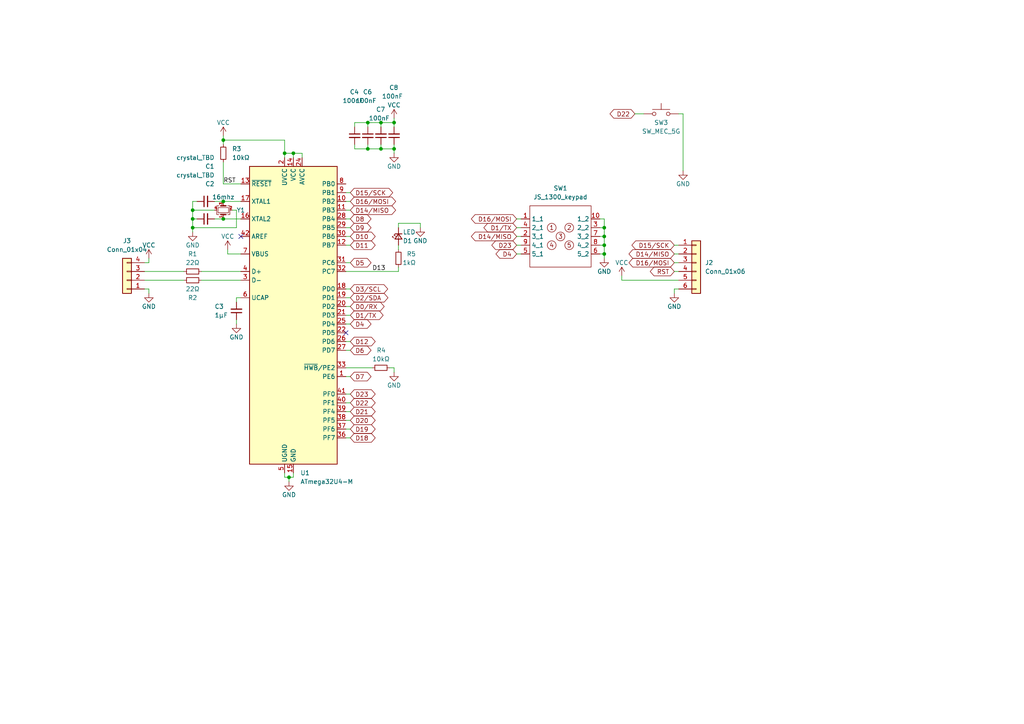
<source format=kicad_sch>
(kicad_sch (version 20231120) (generator "eeschema") (generator_version "8.0")
  (paper "A4")
  (lib_symbols
    (symbol "Connector_Generic:Conn_01x04" (pin_names (offset 1.016) hide)
      (property "Reference" "J" (at 0 5.08 0))
      (property "Value" "Conn_01x04" (at 0 -7.62 0))
      (symbol "Conn_01x04_1_1"
        (rectangle (start -1.27 -4.953) (end 0 -5.207) (stroke (width 0.1524)))
        (rectangle (start -1.27 -2.413) (end 0 -2.667) (stroke (width 0.1524)))
        (rectangle (start -1.27 0.127) (end 0 -0.127) (stroke (width 0.1524)))
        (rectangle (start -1.27 2.667) (end 0 2.413) (stroke (width 0.1524)))
        (rectangle (start -1.27 3.81) (end 1.27 -6.35) (stroke (width 0.254)) (fill (type background)))
        (pin passive line (at -5.08 2.54 0) (length 3.81) (name "Pin_1") (number "1"))
        (pin passive line (at -5.08 0 0) (length 3.81) (name "Pin_2") (number "2"))
        (pin passive line (at -5.08 -2.54 0) (length 3.81) (name "Pin_3") (number "3"))
        (pin passive line (at -5.08 -5.08 0) (length 3.81) (name "Pin_4") (number "4"))
      )
    )
    (symbol "Connector_Generic:Conn_01x06" (pin_names (offset 1.016) hide)
      (property "Reference" "J" (at 0 7.62 0))
      (property "Value" "Conn_01x06" (at 0 -10.16 0))
      (symbol "Conn_01x06_1_1"
        (rectangle (start -1.27 -7.493) (end 0 -7.747) (stroke (width 0.1524)))
        (rectangle (start -1.27 -4.953) (end 0 -5.207) (stroke (width 0.1524)))
        (rectangle (start -1.27 -2.413) (end 0 -2.667) (stroke (width 0.1524)))
        (rectangle (start -1.27 0.127) (end 0 -0.127) (stroke (width 0.1524)))
        (rectangle (start -1.27 2.667) (end 0 2.413) (stroke (width 0.1524)))
        (rectangle (start -1.27 5.207) (end 0 4.953) (stroke (width 0.1524)))
        (rectangle (start -1.27 6.35) (end 1.27 -8.89) (stroke (width 0.254)) (fill (type background)))
        (pin passive line (at -5.08 5.08 0) (length 3.81) (name "Pin_1") (number "1"))
        (pin passive line (at -5.08 2.54 0) (length 3.81) (name "Pin_2") (number "2"))
        (pin passive line (at -5.08 0 0) (length 3.81) (name "Pin_3") (number "3"))
        (pin passive line (at -5.08 -2.54 0) (length 3.81) (name "Pin_4") (number "4"))
        (pin passive line (at -5.08 -5.08 0) (length 3.81) (name "Pin_5") (number "5"))
        (pin passive line (at -5.08 -7.62 0) (length 3.81) (name "Pin_6") (number "6"))
      )
    )
    (symbol "DIY2:JS_1300_keypad"
      (property "Reference" "S" (at 0 13.97 0))
      (property "Value" "JS_1300_keypad" (at 0 11.43 0))
      (symbol "JS_1300_keypad_0_0"
        (text "1" (at -2.54 2.54 0) (effects (font (size 1.27 1.27))))
        (text "2" (at 2.54 2.54 0) (effects (font (size 1.27 1.27))))
        (text "3" (at 0 0 0) (effects (font (size 1.27 1.27))))
        (text "4" (at -2.54 -2.54 0) (effects (font (size 1.27 1.27))))
        (text "5" (at 2.54 -2.54 0) (effects (font (size 1.27 1.27))))
      )
      (symbol "JS_1300_keypad_0_1"
        (rectangle (start -8.89 8.89) (end 8.89 -8.89))
        (circle (center -2.54 -2.54) (radius 1.27))
        (circle (center -2.54 2.54) (radius 1.27))
        (circle (center 0 0) (radius 1.27))
        (circle (center 2.54 -2.54) (radius 1.27))
        (circle (center 2.54 2.54) (radius 1.27))
      )
      (symbol "JS_1300_keypad_1_1"
        (pin bidirectional line (at -11.43 5.08 0) (length 2.54) (name "1_1") (number "1"))
        (pin bidirectional line (at 11.43 5.08 180) (length 2.54) (name "1_2") (number "10"))
        (pin bidirectional line (at -11.43 0 0) (length 2.54) (name "3_1") (number "2"))
        (pin bidirectional line (at 11.43 2.54 180) (length 2.54) (name "2_2") (number "3"))
        (pin bidirectional line (at -11.43 2.54 0) (length 2.54) (name "2_1") (number "4"))
        (pin bidirectional line (at -11.43 -5.08 0) (length 2.54) (name "5_1") (number "5"))
        (pin bidirectional line (at 11.43 -5.08 180) (length 2.54) (name "5_2") (number "6"))
        (pin bidirectional line (at 11.43 0 180) (length 2.54) (name "3_2") (number "7"))
        (pin bidirectional line (at 11.43 -2.54 180) (length 2.54) (name "4_2") (number "8"))
        (pin bidirectional line (at -11.43 -2.54 0) (length 2.54) (name "4_1") (number "9"))
      )
    )
    (symbol "Device:C_Small" (pin_numbers hide) (pin_names (offset 0.254) hide)
      (property "Reference" "C" (at 0.254 1.778 0))
      (property "Value" "C_Small" (at 0.254 -2.032 0))
      (symbol "C_Small_0_1"
        (polyline (pts (xy -1.524 -0.508) (xy 1.524 -0.508)) (stroke (width 0.3302)))
        (polyline (pts (xy -1.524 0.508) (xy 1.524 0.508)) (stroke (width 0.3048)))
      )
      (symbol "C_Small_1_1"
        (pin passive line (at 0 2.54 270) (length 2.032) (name "~") (number "1"))
        (pin passive line (at 0 -2.54 90) (length 2.032) (name "~") (number "2"))
      )
    )
    (symbol "Device:Crystal_GND24_Small" (pin_names (offset 1.016) hide)
      (property "Reference" "Y" (at 1.27 4.445 0))
      (property "Value" "Crystal_GND24_Small" (at 1.27 2.54 0))
      (symbol "Crystal_GND24_Small_0_1"
        (rectangle (start -0.762 -1.524) (end 0.762 1.524))
        (polyline (pts (xy -1.27 -0.762) (xy -1.27 0.762)) (stroke (width 0.381)))
        (polyline (pts (xy 1.27 -0.762) (xy 1.27 0.762)) (stroke (width 0.381)))
        (polyline (pts (xy -1.27 -1.27) (xy -1.27 -1.905) (xy 1.27 -1.905) (xy 1.27 -1.27)))
        (polyline (pts (xy -1.27 1.27) (xy -1.27 1.905) (xy 1.27 1.905) (xy 1.27 1.27)))
      )
      (symbol "Crystal_GND24_Small_1_1"
        (pin passive line (at -2.54 0 0) (length 1.27) (name "1") (number "1"))
        (pin passive line (at 0 -2.54 90) (length 0.635) (name "2") (number "2"))
        (pin passive line (at 2.54 0 180) (length 1.27) (name "3") (number "3"))
        (pin passive line (at 0 2.54 270) (length 0.635) (name "4") (number "4"))
      )
    )
    (symbol "Device:LED_Small" (pin_numbers hide) (pin_names (offset 0.254) hide)
      (property "Reference" "D" (at -1.27 3.175 0))
      (property "Value" "LED_Small" (at -4.445 -2.54 0))
      (symbol "LED_Small_0_1"
        (polyline (pts (xy -0.762 -1.016) (xy -0.762 1.016)) (stroke (width 0.254)))
        (polyline (pts (xy 1.016 0) (xy -0.762 0)))
        (polyline (pts (xy 0.762 -1.016) (xy -0.762 0) (xy 0.762 1.016) (xy 0.762 -1.016)) (stroke (width 0.254)))
        (polyline (pts (xy 0 0.762) (xy -0.508 1.27) (xy -0.254 1.27) (xy -0.508 1.27) (xy -0.508 1.016)))
        (polyline (pts (xy 0.508 1.27) (xy 0 1.778) (xy 0.254 1.778) (xy 0 1.778) (xy 0 1.524)))
      )
      (symbol "LED_Small_1_1"
        (pin passive line (at -2.54 0 0) (length 1.778) (name "K") (number "1"))
        (pin passive line (at 2.54 0 180) (length 1.778) (name "A") (number "2"))
      )
    )
    (symbol "Device:R_Small" (pin_numbers hide) (pin_names (offset 0.254) hide)
      (property "Reference" "R" (at 0.762 0.508 0))
      (property "Value" "R_Small" (at 0.762 -1.016 0))
      (symbol "R_Small_0_1"
        (rectangle (start -0.762 1.778) (end 0.762 -1.778) (stroke (width 0.2032)))
      )
      (symbol "R_Small_1_1"
        (pin passive line (at 0 2.54 270) (length 0.762) (name "~") (number "1"))
        (pin passive line (at 0 -2.54 90) (length 0.762) (name "~") (number "2"))
      )
    )
    (symbol "MCU_Microchip_ATmega:ATmega32U4-M"
      (property "Reference" "U" (at -12.7 44.45 0))
      (property "Value" "ATmega32U4-M" (at 2.54 -44.45 0))
      (symbol "ATmega32U4-M_0_1"
        (rectangle (start -12.7 -43.18) (end 12.7 43.18) (stroke (width 0.254)) (fill (type background)))
      )
      (symbol "ATmega32U4-M_1_1"
        (pin bidirectional line (at 15.24 -17.78 180) (length 2.54) (name "PE6") (number "1"))
        (pin bidirectional line (at 15.24 33.02 180) (length 2.54) (name "PB2") (number "10"))
        (pin bidirectional line (at 15.24 30.48 180) (length 2.54) (name "PB3") (number "11"))
        (pin bidirectional line (at 15.24 20.32 180) (length 2.54) (name "PB7") (number "12"))
        (pin input line (at -15.24 38.1 0) (length 2.54) (name "~{RESET}") (number "13"))
        (pin power_in line (at 0 45.72 270) (length 2.54) (name "VCC") (number "14"))
        (pin power_in line (at 0 -45.72 90) (length 2.54) (name "GND") (number "15"))
        (pin output line (at -15.24 27.94 0) (length 2.54) (name "XTAL2") (number "16"))
        (pin input line (at -15.24 33.02 0) (length 2.54) (name "XTAL1") (number "17"))
        (pin bidirectional line (at 15.24 7.62 180) (length 2.54) (name "PD0") (number "18"))
        (pin bidirectional line (at 15.24 5.08 180) (length 2.54) (name "PD1") (number "19"))
        (pin power_in line (at -2.54 45.72 270) (length 2.54) (name "UVCC") (number "2"))
        (pin bidirectional line (at 15.24 2.54 180) (length 2.54) (name "PD2") (number "20"))
        (pin bidirectional line (at 15.24 0 180) (length 2.54) (name "PD3") (number "21"))
        (pin bidirectional line (at 15.24 -5.08 180) (length 2.54) (name "PD5") (number "22"))
        (pin passive line (at 0 -45.72 90) (length 2.54) hide (name "GND") (number "23"))
        (pin power_in line (at 2.54 45.72 270) (length 2.54) (name "AVCC") (number "24"))
        (pin bidirectional line (at 15.24 -2.54 180) (length 2.54) (name "PD4") (number "25"))
        (pin bidirectional line (at 15.24 -7.62 180) (length 2.54) (name "PD6") (number "26"))
        (pin bidirectional line (at 15.24 -10.16 180) (length 2.54) (name "PD7") (number "27"))
        (pin bidirectional line (at 15.24 27.94 180) (length 2.54) (name "PB4") (number "28"))
        (pin bidirectional line (at 15.24 25.4 180) (length 2.54) (name "PB5") (number "29"))
        (pin bidirectional line (at -15.24 10.16 0) (length 2.54) (name "D-") (number "3"))
        (pin bidirectional line (at 15.24 22.86 180) (length 2.54) (name "PB6") (number "30"))
        (pin bidirectional line (at 15.24 15.24 180) (length 2.54) (name "PC6") (number "31"))
        (pin bidirectional line (at 15.24 12.7 180) (length 2.54) (name "PC7") (number "32"))
        (pin bidirectional line (at 15.24 -15.24 180) (length 2.54) (name "~{HWB}/PE2") (number "33"))
        (pin passive line (at 0 45.72 270) (length 2.54) hide (name "VCC") (number "34"))
        (pin passive line (at 0 -45.72 90) (length 2.54) hide (name "GND") (number "35"))
        (pin bidirectional line (at 15.24 -35.56 180) (length 2.54) (name "PF7") (number "36"))
        (pin bidirectional line (at 15.24 -33.02 180) (length 2.54) (name "PF6") (number "37"))
        (pin bidirectional line (at 15.24 -30.48 180) (length 2.54) (name "PF5") (number "38"))
        (pin bidirectional line (at 15.24 -27.94 180) (length 2.54) (name "PF4") (number "39"))
        (pin bidirectional line (at -15.24 12.7 0) (length 2.54) (name "D+") (number "4"))
        (pin bidirectional line (at 15.24 -25.4 180) (length 2.54) (name "PF1") (number "40"))
        (pin bidirectional line (at 15.24 -22.86 180) (length 2.54) (name "PF0") (number "41"))
        (pin passive line (at -15.24 22.86 0) (length 2.54) (name "AREF") (number "42"))
        (pin passive line (at 0 -45.72 90) (length 2.54) hide (name "GND") (number "43"))
        (pin passive line (at 2.54 45.72 270) (length 2.54) hide (name "AVCC") (number "44"))
        (pin passive line (at 0 -45.72 90) (length 2.54) hide (name "GND") (number "45"))
        (pin passive line (at -2.54 -45.72 90) (length 2.54) (name "UGND") (number "5"))
        (pin passive line (at -15.24 5.08 0) (length 2.54) (name "UCAP") (number "6"))
        (pin input line (at -15.24 17.78 0) (length 2.54) (name "VBUS") (number "7"))
        (pin bidirectional line (at 15.24 38.1 180) (length 2.54) (name "PB0") (number "8"))
        (pin bidirectional line (at 15.24 35.56 180) (length 2.54) (name "PB1") (number "9"))
      )
    )
    (symbol "SW_MEC_5G_1" (pin_numbers hide) (pin_names (offset 1.016) hide)
      (property "Reference" "SW3" (at 13.97 2.54 0))
      (property "Value" "SW_MEC_5G" (at 13.97 0 0))
      (symbol "SW_MEC_5G_1_0_1"
        (circle (center -2.032 0) (radius 0.508))
        (polyline (pts (xy 0 1.27) (xy 0 3.048)))
        (polyline (pts (xy 2.54 1.27) (xy -2.54 1.27)))
        (circle (center 2.032 0) (radius 0.508))
        (pin passive line (at -5.08 0 0) (length 2.54) (name "A") (number "1"))
        (pin passive line (at 5.08 0 180) (length 2.54) (name "B") (number "3"))
      )
      (symbol "SW_MEC_5G_1_1_1"
        (pin passive line (at -5.08 0 0) (length 2.54) hide (name "A") (number "2"))
        (pin passive line (at 5.08 0 180) (length 2.54) hide (name "B") (number "4"))
      )
    )
    (symbol "power:GND" (power) (pin_names (offset 0))
      (property "Value" "GND" (at 0 -3.81 0))
      (symbol "GND_0_1"
        (polyline (pts (xy 0 0) (xy 0 -1.27) (xy 1.27 -1.27) (xy 0 -2.54) (xy -1.27 -1.27) (xy 0 -1.27)))
      )
      (symbol "GND_1_1"
        (pin power_in line (at 0 0 270) (length 0) hide (name "GND") (number "1"))
      )
    )
    (symbol "power:VCC" (power) (pin_names (offset 0))
      (property "Value" "VCC" (at 0 3.81 0))
      (symbol "VCC_0_1"
        (polyline (pts (xy -0.762 1.27) (xy 0 2.54)))
        (polyline (pts (xy 0 0) (xy 0 2.54)))
        (polyline (pts (xy 0 2.54) (xy 0.762 1.27)))
      )
      (symbol "VCC_1_1"
        (pin power_in line (at 0 0 90) (length 0) hide (name "VCC") (number "1"))
      )
    )
  )
  (junction (at 106.68 43.18))
  (junction (at 175.26 71.12))
  (junction (at 175.26 73.66))
  (junction (at 83.82 138.43))
  (junction (at 64.77 58.42))
  (junction (at 110.49 35.56))
  (junction (at 175.26 66.04))
  (junction (at 64.77 40.64))
  (junction (at 55.88 60.96))
  (junction (at 175.26 68.58))
  (junction (at 114.3 35.56))
  (junction (at 110.49 43.18))
  (junction (at 82.55 44.45))
  (junction (at 55.88 66.04))
  (junction (at 85.09 44.45))
  (junction (at 55.88 63.5))
  (junction (at 64.77 63.5))
  (junction (at 106.68 35.56))
  (junction (at 114.3 43.18))
  (no_connect (at 69.85 68.58))
  (no_connect (at 100.33 96.52))
  (wire (pts (xy 110.49 35.56) (xy 110.49 36.83)))
  (wire (pts (xy 101.6 68.58) (xy 100.33 68.58)))
  (wire (pts (xy 83.82 138.43) (xy 82.55 138.43)))
  (wire (pts (xy 101.6 88.9) (xy 100.33 88.9)))
  (wire (pts (xy 64.77 40.64) (xy 64.77 41.91)))
  (wire (pts (xy 101.6 116.84) (xy 100.33 116.84)))
  (wire (pts (xy 195.58 76.2) (xy 196.85 76.2)))
  (wire (pts (xy 110.49 43.18) (xy 110.49 41.91)))
  (wire (pts (xy 55.88 66.04) (xy 55.88 67.31)))
  (wire (pts (xy 106.68 35.56) (xy 110.49 35.56)))
  (wire (pts (xy 102.87 35.56) (xy 106.68 35.56)))
  (wire (pts (xy 173.99 73.66) (xy 175.26 73.66)))
  (wire (pts (xy 115.57 78.74) (xy 100.33 78.74)))
  (wire (pts (xy 101.6 63.5) (xy 100.33 63.5)))
  (wire (pts (xy 175.26 63.5) (xy 173.99 63.5)))
  (wire (pts (xy 64.77 46.99) (xy 64.77 53.34)))
  (wire (pts (xy 175.26 71.12) (xy 175.26 68.58)))
  (wire (pts (xy 101.6 60.96) (xy 100.33 60.96)))
  (wire (pts (xy 101.6 121.92) (xy 100.33 121.92)))
  (wire (pts (xy 87.63 45.72) (xy 87.63 44.45)))
  (wire (pts (xy 64.77 39.37) (xy 64.77 40.64)))
  (wire (pts (xy 101.6 114.3) (xy 100.33 114.3)))
  (wire (pts (xy 195.58 85.09) (xy 195.58 83.82)))
  (wire (pts (xy 41.91 83.82) (xy 43.18 83.82)))
  (wire (pts (xy 85.09 44.45) (xy 85.09 45.72)))
  (wire (pts (xy 55.88 60.96) (xy 55.88 58.42)))
  (wire (pts (xy 175.26 66.04) (xy 175.26 63.5)))
  (wire (pts (xy 58.42 81.28) (xy 69.85 81.28)))
  (wire (pts (xy 41.91 78.74) (xy 53.34 78.74)))
  (wire (pts (xy 55.88 63.5) (xy 55.88 66.04)))
  (wire (pts (xy 149.86 66.04) (xy 151.13 66.04)))
  (wire (pts (xy 180.34 81.28) (xy 196.85 81.28)))
  (wire (pts (xy 102.87 41.91) (xy 102.87 43.18)))
  (wire (pts (xy 55.88 63.5) (xy 55.88 60.96)))
  (wire (pts (xy 64.77 58.42) (xy 69.85 58.42)))
  (wire (pts (xy 195.58 71.12) (xy 196.85 71.12)))
  (wire (pts (xy 101.6 58.42) (xy 100.33 58.42)))
  (wire (pts (xy 101.6 86.36) (xy 100.33 86.36)))
  (wire (pts (xy 101.6 55.88) (xy 100.33 55.88)))
  (wire (pts (xy 149.86 73.66) (xy 151.13 73.66)))
  (wire (pts (xy 101.6 93.98) (xy 100.33 93.98)))
  (wire (pts (xy 82.55 137.16) (xy 82.55 138.43)))
  (wire (pts (xy 100.33 109.22) (xy 101.6 109.22)))
  (wire (pts (xy 85.09 138.43) (xy 83.82 138.43)))
  (wire (pts (xy 68.58 66.04) (xy 55.88 66.04)))
  (wire (pts (xy 106.68 41.91) (xy 106.68 43.18)))
  (wire (pts (xy 195.58 73.66) (xy 196.85 73.66)))
  (wire (pts (xy 175.26 74.93) (xy 175.26 73.66)))
  (wire (pts (xy 102.87 36.83) (xy 102.87 35.56)))
  (wire (pts (xy 101.6 99.06) (xy 100.33 99.06)))
  (wire (pts (xy 115.57 64.77) (xy 121.92 64.77)))
  (wire (pts (xy 101.6 71.12) (xy 100.33 71.12)))
  (wire (pts (xy 62.23 63.5) (xy 64.77 63.5)))
  (wire (pts (xy 114.3 34.29) (xy 114.3 35.56)))
  (wire (pts (xy 184.15 33.02) (xy 186.69 33.02)))
  (wire (pts (xy 106.68 43.18) (xy 110.49 43.18)))
  (wire (pts (xy 106.68 36.83) (xy 106.68 35.56)))
  (wire (pts (xy 173.99 71.12) (xy 175.26 71.12)))
  (wire (pts (xy 101.6 83.82) (xy 100.33 83.82)))
  (wire (pts (xy 101.6 66.04) (xy 100.33 66.04)))
  (wire (pts (xy 85.09 137.16) (xy 85.09 138.43)))
  (wire (pts (xy 68.58 60.96) (xy 68.58 66.04)))
  (wire (pts (xy 114.3 35.56) (xy 110.49 35.56)))
  (wire (pts (xy 41.91 81.28) (xy 53.34 81.28)))
  (wire (pts (xy 68.58 60.96) (xy 67.31 60.96)))
  (wire (pts (xy 55.88 58.42) (xy 57.15 58.42)))
  (wire (pts (xy 66.04 72.39) (xy 66.04 73.66)))
  (wire (pts (xy 87.63 44.45) (xy 85.09 44.45)))
  (wire (pts (xy 100.33 106.68) (xy 107.95 106.68)))
  (wire (pts (xy 198.12 33.02) (xy 198.12 49.53)))
  (wire (pts (xy 173.99 68.58) (xy 175.26 68.58)))
  (wire (pts (xy 102.87 43.18) (xy 106.68 43.18)))
  (wire (pts (xy 43.18 74.93) (xy 43.18 76.2)))
  (wire (pts (xy 114.3 107.95) (xy 114.3 106.68)))
  (wire (pts (xy 43.18 76.2) (xy 41.91 76.2)))
  (wire (pts (xy 82.55 44.45) (xy 85.09 44.45)))
  (wire (pts (xy 57.15 63.5) (xy 55.88 63.5)))
  (wire (pts (xy 69.85 53.34) (xy 64.77 53.34)))
  (wire (pts (xy 115.57 66.04) (xy 115.57 64.77)))
  (wire (pts (xy 115.57 77.47) (xy 115.57 78.74)))
  (wire (pts (xy 58.42 78.74) (xy 69.85 78.74)))
  (wire (pts (xy 175.26 68.58) (xy 175.26 66.04)))
  (wire (pts (xy 43.18 83.82) (xy 43.18 85.09)))
  (wire (pts (xy 149.86 63.5) (xy 151.13 63.5)))
  (wire (pts (xy 149.86 68.58) (xy 151.13 68.58)))
  (wire (pts (xy 62.23 58.42) (xy 64.77 58.42)))
  (wire (pts (xy 101.6 91.44) (xy 100.33 91.44)))
  (wire (pts (xy 149.86 71.12) (xy 151.13 71.12)))
  (wire (pts (xy 121.92 64.77) (xy 121.92 66.04)))
  (wire (pts (xy 175.26 73.66) (xy 175.26 71.12)))
  (wire (pts (xy 68.58 87.63) (xy 68.58 86.36)))
  (wire (pts (xy 180.34 80.01) (xy 180.34 81.28)))
  (wire (pts (xy 82.55 44.45) (xy 82.55 40.64)))
  (wire (pts (xy 196.85 33.02) (xy 198.12 33.02)))
  (wire (pts (xy 114.3 35.56) (xy 114.3 36.83)))
  (wire (pts (xy 101.6 119.38) (xy 100.33 119.38)))
  (wire (pts (xy 68.58 86.36) (xy 69.85 86.36)))
  (wire (pts (xy 100.33 76.2) (xy 101.6 76.2)))
  (wire (pts (xy 66.04 73.66) (xy 69.85 73.66)))
  (wire (pts (xy 101.6 127) (xy 100.33 127)))
  (wire (pts (xy 101.6 124.46) (xy 100.33 124.46)))
  (wire (pts (xy 114.3 43.18) (xy 110.49 43.18)))
  (wire (pts (xy 64.77 63.5) (xy 69.85 63.5)))
  (wire (pts (xy 82.55 45.72) (xy 82.55 44.45)))
  (wire (pts (xy 101.6 101.6) (xy 100.33 101.6)))
  (wire (pts (xy 114.3 106.68) (xy 113.03 106.68)))
  (wire (pts (xy 195.58 83.82) (xy 196.85 83.82)))
  (wire (pts (xy 114.3 41.91) (xy 114.3 43.18)))
  (wire (pts (xy 68.58 92.71) (xy 68.58 93.98)))
  (wire (pts (xy 195.58 78.74) (xy 196.85 78.74)))
  (wire (pts (xy 173.99 66.04) (xy 175.26 66.04)))
  (wire (pts (xy 115.57 71.12) (xy 115.57 72.39)))
  (wire (pts (xy 83.82 139.7) (xy 83.82 138.43)))
  (wire (pts (xy 114.3 43.18) (xy 114.3 44.45)))
  (wire (pts (xy 82.55 40.64) (xy 64.77 40.64)))
  (wire (pts (xy 55.88 60.96) (xy 62.23 60.96)))
  (label "RST" (at 64.77 53.34 0))
  (label "D13" (at 107.95 78.74 0))
  (global_label "D18" (shape bidirectional) (at 101.6 127 0) (property "Intersheetrefs" "${INTERSHEET_REFS}" (effects (hide yes))))
  (global_label "D3{slash}SCL" (shape bidirectional) (at 101.6 83.82 0) (property "Intersheetrefs" "${INTERSHEET_REFS}" (effects (hide yes))))
  (global_label "RST" (shape bidirectional) (at 195.58 78.74 180) (property "Intersheetrefs" "${INTERSHEET_REFS}" (effects (hide yes))))
  (global_label "D11" (shape bidirectional) (at 101.6 71.12 0) (property "Intersheetrefs" "${INTERSHEET_REFS}" (effects (hide yes))))
  (global_label "D22" (shape bidirectional) (at 184.15 33.02 180) (property "Intersheetrefs" "${INTERSHEET_REFS}" (effects (hide yes))))
  (global_label "D2{slash}SDA" (shape bidirectional) (at 101.6 86.36 0) (property "Intersheetrefs" "${INTERSHEET_REFS}" (effects (hide yes))))
  (global_label "D14{slash}MISO" (shape bidirectional) (at 195.58 73.66 180) (property "Intersheetrefs" "${INTERSHEET_REFS}" (effects (hide yes))))
  (global_label "D10" (shape bidirectional) (at 101.6 68.58 0) (property "Intersheetrefs" "${INTERSHEET_REFS}" (effects (hide yes))))
  (global_label "D12" (shape bidirectional) (at 101.6 99.06 0) (property "Intersheetrefs" "${INTERSHEET_REFS}" (effects (hide yes))))
  (global_label "D21" (shape bidirectional) (at 101.6 119.38 0) (property "Intersheetrefs" "${INTERSHEET_REFS}" (effects (hide yes))))
  (global_label "D6" (shape bidirectional) (at 101.6 101.6 0) (property "Intersheetrefs" "${INTERSHEET_REFS}" (effects (hide yes))))
  (global_label "D14{slash}MISO" (shape bidirectional) (at 101.6 60.96 0) (property "Intersheetrefs" "${INTERSHEET_REFS}" (effects (hide yes))))
  (global_label "D5" (shape bidirectional) (at 101.6 76.2 0) (property "Intersheetrefs" "${INTERSHEET_REFS}" (effects (hide yes))))
  (global_label "D23" (shape bidirectional) (at 101.6 114.3 0) (property "Intersheetrefs" "${INTERSHEET_REFS}" (effects (hide yes))))
  (global_label "D14{slash}MISO" (shape bidirectional) (at 149.86 68.58 180) (property "Intersheetrefs" "${INTERSHEET_REFS}" (effects (hide yes))))
  (global_label "D8" (shape bidirectional) (at 101.6 63.5 0) (property "Intersheetrefs" "${INTERSHEET_REFS}" (effects (hide yes))))
  (global_label "D4" (shape bidirectional) (at 101.6 93.98 0) (property "Intersheetrefs" "${INTERSHEET_REFS}" (effects (hide yes))))
  (global_label "D16{slash}MOSI" (shape bidirectional) (at 195.58 76.2 180) (property "Intersheetrefs" "${INTERSHEET_REFS}" (effects (hide yes))))
  (global_label "D19" (shape bidirectional) (at 101.6 124.46 0) (property "Intersheetrefs" "${INTERSHEET_REFS}" (effects (hide yes))))
  (global_label "D7" (shape bidirectional) (at 101.6 109.22 0) (property "Intersheetrefs" "${INTERSHEET_REFS}" (effects (hide yes))))
  (global_label "D1{slash}TX" (shape bidirectional) (at 149.86 66.04 180) (property "Intersheetrefs" "${INTERSHEET_REFS}" (effects (hide yes))))
  (global_label "D0{slash}RX" (shape bidirectional) (at 101.6 88.9 0) (property "Intersheetrefs" "${INTERSHEET_REFS}" (effects (hide yes))))
  (global_label "D1{slash}TX" (shape bidirectional) (at 101.6 91.44 0) (property "Intersheetrefs" "${INTERSHEET_REFS}" (effects (hide yes))))
  (global_label "D4" (shape bidirectional) (at 149.86 73.66 180) (property "Intersheetrefs" "${INTERSHEET_REFS}" (effects (hide yes))))
  (global_label "D15{slash}SCK" (shape bidirectional) (at 195.58 71.12 180) (property "Intersheetrefs" "${INTERSHEET_REFS}" (effects (hide yes))))
  (global_label "D16{slash}MOSI" (shape bidirectional) (at 101.6 58.42 0) (property "Intersheetrefs" "${INTERSHEET_REFS}" (effects (hide yes))))
  (global_label "D9" (shape bidirectional) (at 101.6 66.04 0) (property "Intersheetrefs" "${INTERSHEET_REFS}" (effects (hide yes))))
  (global_label "D22" (shape bidirectional) (at 101.6 116.84 0) (property "Intersheetrefs" "${INTERSHEET_REFS}" (effects (hide yes))))
  (global_label "D15{slash}SCK" (shape bidirectional) (at 101.6 55.88 0) (property "Intersheetrefs" "${INTERSHEET_REFS}" (effects (hide yes))))
  (global_label "D23" (shape bidirectional) (at 149.86 71.12 180) (property "Intersheetrefs" "${INTERSHEET_REFS}" (effects (hide yes))))
  (global_label "D20" (shape bidirectional) (at 101.6 121.92 0) (property "Intersheetrefs" "${INTERSHEET_REFS}" (effects (hide yes))))
  (global_label "D16{slash}MOSI" (shape bidirectional) (at 149.86 63.5 180) (property "Intersheetrefs" "${INTERSHEET_REFS}" (effects (hide yes))))
  (symbol (lib_id "Device:R_Small") (at 115.57 74.93 180) (unit 1)
    (property "Reference" "R5" (at 120.65 73.66 0) (effects (justify left)))
    (property "Value" "1kΩ" (at 120.65 76.2 0) (effects (justify left)))
    (property "Footprint" "Resistor_SMD:R_0402_1005Metric" (effects (hide yes)))
  )
  (symbol (lib_id "power:VCC") (at 66.04 72.39 0) (unit 1)
    (property "Reference" "#PWR05" (effects (hide yes)))
    (property "Value" "VCC" (at 66.04 68.58 0))
  )
  (symbol (lib_id "Device:C_Small") (at 59.69 63.5 90) (unit 1)
    (property "Reference" "C2" (at 62.23 53.34 90) (effects (justify left)))
    (property "Value" "crystal_TBD" (at 62.23 50.8 90) (effects (justify left)))
    (property "Footprint" "Capacitor_SMD:C_0402_1005Metric" (effects (hide yes)))
  )
  (symbol (lib_id "power:VCC") (at 43.18 74.93 0) (unit 1)
    (property "Reference" "#PWR02" (effects (hide yes)))
    (property "Value" "VCC" (at 43.18 71.12 0))
  )
  (symbol (lib_id "Connector_Generic:Conn_01x04") (at 36.83 81.28 180) (unit 1)
    (property "Reference" "J3" (at 36.83 69.85 0))
    (property "Value" "Conn_01x04" (at 36.83 72.39 0))
    (property "Footprint" "Connector_PinSocket_1.27mm:PinSocket_1x04_P1.27mm_Vertical" (effects (hide yes)))
  )
  (symbol (lib_id "Device:C_Small") (at 106.68 39.37 0) (mirror y) (unit 1)
    (property "Reference" "C6" (at 107.95 26.67 0) (effects (justify left)))
    (property "Value" "100nF" (at 109.22 29.21 0) (effects (justify left)))
    (property "Footprint" "Capacitor_SMD:C_0402_1005Metric" (effects (hide yes)))
  )
  (symbol (lib_id "Device:C_Small") (at 114.3 39.37 0) (mirror x) (unit 1)
    (property "Reference" "C8" (at 115.57 25.4 0) (effects (justify right)))
    (property "Value" "100nF" (at 116.84 27.94 0) (effects (justify right)))
    (property "Footprint" "Capacitor_SMD:C_0402_1005Metric" (effects (hide yes)))
  )
  (symbol (lib_id "MCU_Microchip_ATmega:ATmega32U4-M") (at 85.09 91.44 0) (unit 1)
    (property "Reference" "U1" (at 87.1094 137.16 0) (effects (justify left)))
    (property "Value" "ATmega32U4-M" (at 87.1094 139.7 0) (effects (justify left)))
    (property "Footprint" "Package_DFN_QFN:QFN-44-1EP_7x7mm_P0.5mm_EP5.2x5.2mm" (effects (hide yes)))
    (property "Datasheet" "http://ww1.microchip.com/downloads/en/DeviceDoc/Atmel-7766-8-bit-AVR-ATmega16U4-32U4_Datasheet.pdf" (effects (hide yes)))
  )
  (symbol (lib_id "power:GND") (at 68.58 93.98 0) (unit 1)
    (property "Reference" "#PWR06" (effects (hide yes)))
    (property "Value" "GND" (at 68.58 97.79 0))
  )
  (symbol (lib_id "power:VCC") (at 180.34 80.01 0) (unit 1)
    (property "Reference" "#PWR014" (effects (hide yes)))
    (property "Value" "VCC" (at 180.34 76.2 0))
  )
  (symbol (lib_id "Device:C_Small") (at 102.87 39.37 0) (mirror y) (unit 1)
    (property "Reference" "C4" (at 104.14 26.67 0) (effects (justify left)))
    (property "Value" "100nF" (at 105.41 29.21 0) (effects (justify left)))
    (property "Footprint" "Capacitor_SMD:C_0402_1005Metric" (effects (hide yes)))
  )
  (symbol (lib_id "power:GND") (at 83.82 139.7 0) (unit 1)
    (property "Reference" "#PWR07" (effects (hide yes)))
    (property "Value" "GND" (at 83.82 143.51 0))
  )
  (symbol (lib_id "power:GND") (at 55.88 67.31 0) (unit 1)
    (property "Reference" "#PWR03" (effects (hide yes)))
    (property "Value" "GND" (at 55.88 71.12 0))
  )
  (symbol (lib_id "power:GND") (at 114.3 107.95 0) (unit 1)
    (property "Reference" "#PWR010" (effects (hide yes)))
    (property "Value" "GND" (at 114.3 111.76 0))
  )
  (symbol (lib_id "power:GND") (at 114.3 44.45 0) (mirror y) (unit 1)
    (property "Reference" "#PWR09" (effects (hide yes)))
    (property "Value" "GND" (at 114.3 48.26 0))
  )
  (symbol (lib_id "power:VCC") (at 114.3 34.29 0) (unit 1)
    (property "Reference" "#PWR08" (effects (hide yes)))
    (property "Value" "VCC" (at 114.3 30.48 0))
  )
  (symbol (lib_name "SW_MEC_5G_1") (lib_id "Switch:SW_MEC_5G") (at 191.77 33.02 0) (mirror y) (unit 1)
    (property "Reference" "SW3" (at 191.77 35.56 0))
    (property "Value" "SW_MEC_5G" (at 191.77 38.1 0))
    (property "Footprint" "DIY:TL3780" (effects (hide yes)))
    (property "Datasheet" "http://www.apem.com/int/index.php?controller=attachment&id_attachment=488" (effects (hide yes)))
  )
  (symbol (lib_id "Device:C_Small") (at 59.69 58.42 90) (unit 1)
    (property "Reference" "C1" (at 62.23 48.26 90) (effects (justify left)))
    (property "Value" "crystal_TBD" (at 62.23 45.72 90) (effects (justify left)))
    (property "Footprint" "Capacitor_SMD:C_0402_1005Metric" (effects (hide yes)))
  )
  (symbol (lib_id "DIY2:JS_1300_keypad") (at 162.56 68.58 0) (unit 1)
    (property "Reference" "SW1" (at 162.56 54.61 0))
    (property "Value" "JS_1300_keypad" (at 162.56 57.15 0))
    (property "Footprint" "DIY:JS_1300_keypad" (effects (hide yes)))
  )
  (symbol (lib_id "Device:R_Small") (at 55.88 81.28 270) (unit 1)
    (property "Reference" "R2" (at 55.88 86.36 90))
    (property "Value" "22Ω" (at 55.88 83.82 90))
    (property "Footprint" "Resistor_SMD:R_0402_1005Metric" (effects (hide yes)))
  )
  (symbol (lib_id "power:GND") (at 121.92 66.04 0) (unit 1)
    (property "Reference" "#PWR011" (effects (hide yes)))
    (property "Value" "GND" (at 121.92 69.85 0))
  )
  (symbol (lib_id "Device:R_Small") (at 64.77 44.45 0) (unit 1)
    (property "Reference" "R3" (at 67.31 43.1799 0) (effects (justify left)))
    (property "Value" "10kΩ" (at 67.31 45.7199 0) (effects (justify left)))
    (property "Footprint" "Resistor_SMD:R_0402_1005Metric" (effects (hide yes)))
  )
  (symbol (lib_id "Device:C_Small") (at 68.58 90.17 180) (unit 1)
    (property "Reference" "C3" (at 62.23 88.9 0) (effects (justify right)))
    (property "Value" "1µF" (at 62.23 91.44 0) (effects (justify right)))
    (property "Footprint" "Capacitor_SMD:C_0402_1005Metric" (effects (hide yes)))
  )
  (symbol (lib_id "Device:R_Small") (at 110.49 106.68 90) (unit 1)
    (property "Reference" "R4" (at 109.22 101.6 90) (effects (justify right)))
    (property "Value" "10kΩ" (at 107.95 104.14 90) (effects (justify right)))
    (property "Footprint" "Resistor_SMD:R_0402_1005Metric" (effects (hide yes)))
  )
  (symbol (lib_id "power:VCC") (at 64.77 39.37 0) (unit 1)
    (property "Reference" "#PWR04" (effects (hide yes)))
    (property "Value" "VCC" (at 64.77 35.56 0))
  )
  (symbol (lib_id "power:GND") (at 175.26 74.93 0) (unit 1)
    (property "Reference" "#PWR012" (effects (hide yes)))
    (property "Value" "GND" (at 175.26 78.74 0))
  )
  (symbol (lib_id "Device:R_Small") (at 55.88 78.74 90) (unit 1)
    (property "Reference" "R1" (at 55.88 73.66 90))
    (property "Value" "22Ω" (at 55.88 76.2 90))
    (property "Footprint" "Resistor_SMD:R_0402_1005Metric" (effects (hide yes)))
  )
  (symbol (lib_id "power:GND") (at 195.58 85.09 0) (unit 1)
    (property "Reference" "#PWR015" (effects (hide yes)))
    (property "Value" "GND" (at 195.58 88.9 0))
  )
  (symbol (lib_id "power:GND") (at 43.18 85.09 0) (unit 1)
    (property "Reference" "#PWR01" (effects (hide yes)))
    (property "Value" "GND" (at 43.18 88.9 0))
  )
  (symbol (lib_id "Device:LED_Small") (at 115.57 68.58 90) (mirror x) (unit 1)
    (property "Reference" "D1" (at 116.84 69.85 90) (effects (justify right)))
    (property "Value" "LED" (at 116.84 67.31 90) (effects (justify right)))
    (property "Footprint" "LED_SMD:LED_0402_1005Metric" (effects (hide yes)))
  )
  (symbol (lib_id "Connector_Generic:Conn_01x06") (at 201.93 76.2 0) (unit 1)
    (property "Reference" "J2" (at 204.47 76.1999 0) (effects (justify left)))
    (property "Value" "Conn_01x06" (at 204.47 78.7399 0) (effects (justify left)))
    (property "Footprint" "Connector_PinSocket_1.27mm:PinSocket_1x06_P1.27mm_Vertical" (effects (hide yes)))
  )
  (symbol (lib_id "Device:C_Small") (at 110.49 39.37 0) (mirror x) (unit 1)
    (property "Reference" "C7" (at 111.76 31.75 0) (effects (justify right)))
    (property "Value" "100nF" (at 113.03 34.29 0) (effects (justify right)))
    (property "Footprint" "Capacitor_SMD:C_0402_1005Metric" (effects (hide yes)))
  )
  (symbol (lib_id "power:GND") (at 198.12 49.53 0) (unit 1)
    (property "Reference" "#PWR016" (effects (hide yes)))
    (property "Value" "GND" (at 198.12 53.34 0))
  )
  (symbol (lib_id "Device:Crystal_GND24_Small") (at 64.77 60.96 90) (unit 1)
    (property "Reference" "Y1" (at 69.85 60.96 90))
    (property "Value" "16mhz" (at 64.77 57.15 90))
    (property "Footprint" "Crystal:Crystal_SMD_2016-4Pin_2.0x1.6mm" (effects (hide yes)))
  )
)
</source>
